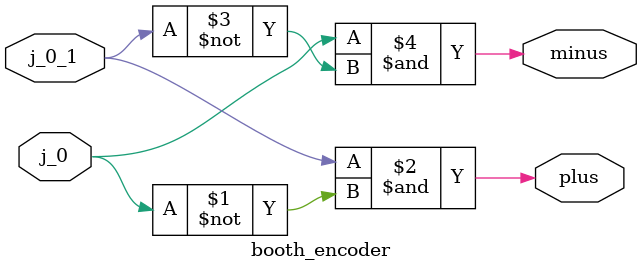
<source format=v>
module booth_encoder (j_0_1, j_0, plus, minus);
	input j_0_1, j_0;
	output plus, minus;
	
	assign plus = j_0_1 & (~j_0);
	assign minus = j_0 & (~j_0_1);
endmodule
</source>
